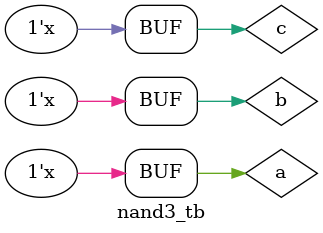
<source format=v>
module nand3(a,b,c,d);
  input a,b,c;
  output d;
  wire w0,w1;
  
  supply0 gnd;
  supply1 vcc;
  
  pmos p1(d,vcc,a);
  pmos p2(d,vcc,b);
  pmos p3(d,vcc,c);
  nmos n1(d,w0,a);
  nmos n2(w0,w1,b);
  nmos n3(w1,gnd,c);
  
endmodule

module nand3_tb;
  reg a,b,c;
  wire d;
  
  nand3 uut(a,b,c,d);
  
  initial
  begin
    a=0;b=0;c=0;
  end
  
  always begin #200 a=~a; end
  always begin #100 b=~b; end
  always begin #50 c=~c; end
  
endmodule
</source>
